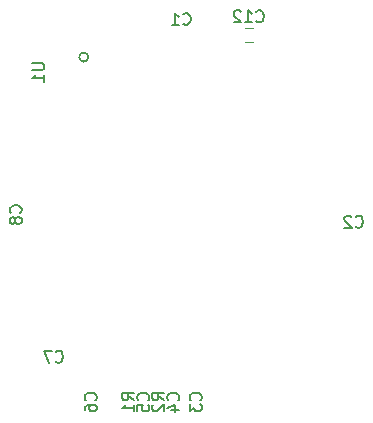
<source format=gbr>
G04 #@! TF.FileFunction,Legend,Bot*
%FSLAX46Y46*%
G04 Gerber Fmt 4.6, Leading zero omitted, Abs format (unit mm)*
G04 Created by KiCad (PCBNEW 4.0.5+dfsg1-4) date Sat Apr 15 00:30:14 2017*
%MOMM*%
%LPD*%
G01*
G04 APERTURE LIST*
%ADD10C,0.100000*%
%ADD11C,0.150000*%
%ADD12C,0.120000*%
G04 APERTURE END LIST*
D10*
D11*
X77851000Y-91440000D02*
G75*
G03X77851000Y-91440000I-381000J0D01*
G01*
D12*
X91790000Y-88935000D02*
X91090000Y-88935000D01*
X91090000Y-90135000D02*
X91790000Y-90135000D01*
D11*
X73112381Y-91948095D02*
X73921905Y-91948095D01*
X74017143Y-91995714D01*
X74064762Y-92043333D01*
X74112381Y-92138571D01*
X74112381Y-92329048D01*
X74064762Y-92424286D01*
X74017143Y-92471905D01*
X73921905Y-92519524D01*
X73112381Y-92519524D01*
X74112381Y-93519524D02*
X74112381Y-92948095D01*
X74112381Y-93233809D02*
X73112381Y-93233809D01*
X73255238Y-93138571D01*
X73350476Y-93043333D01*
X73398095Y-92948095D01*
X85891666Y-88622143D02*
X85939285Y-88669762D01*
X86082142Y-88717381D01*
X86177380Y-88717381D01*
X86320238Y-88669762D01*
X86415476Y-88574524D01*
X86463095Y-88479286D01*
X86510714Y-88288810D01*
X86510714Y-88145952D01*
X86463095Y-87955476D01*
X86415476Y-87860238D01*
X86320238Y-87765000D01*
X86177380Y-87717381D01*
X86082142Y-87717381D01*
X85939285Y-87765000D01*
X85891666Y-87812619D01*
X84939285Y-88717381D02*
X85510714Y-88717381D01*
X85225000Y-88717381D02*
X85225000Y-87717381D01*
X85320238Y-87860238D01*
X85415476Y-87955476D01*
X85510714Y-88003095D01*
X100496666Y-105767143D02*
X100544285Y-105814762D01*
X100687142Y-105862381D01*
X100782380Y-105862381D01*
X100925238Y-105814762D01*
X101020476Y-105719524D01*
X101068095Y-105624286D01*
X101115714Y-105433810D01*
X101115714Y-105290952D01*
X101068095Y-105100476D01*
X101020476Y-105005238D01*
X100925238Y-104910000D01*
X100782380Y-104862381D01*
X100687142Y-104862381D01*
X100544285Y-104910000D01*
X100496666Y-104957619D01*
X100115714Y-104957619D02*
X100068095Y-104910000D01*
X99972857Y-104862381D01*
X99734761Y-104862381D01*
X99639523Y-104910000D01*
X99591904Y-104957619D01*
X99544285Y-105052857D01*
X99544285Y-105148095D01*
X99591904Y-105290952D01*
X100163333Y-105862381D01*
X99544285Y-105862381D01*
X87352143Y-120483334D02*
X87399762Y-120435715D01*
X87447381Y-120292858D01*
X87447381Y-120197620D01*
X87399762Y-120054762D01*
X87304524Y-119959524D01*
X87209286Y-119911905D01*
X87018810Y-119864286D01*
X86875952Y-119864286D01*
X86685476Y-119911905D01*
X86590238Y-119959524D01*
X86495000Y-120054762D01*
X86447381Y-120197620D01*
X86447381Y-120292858D01*
X86495000Y-120435715D01*
X86542619Y-120483334D01*
X86447381Y-120816667D02*
X86447381Y-121435715D01*
X86828333Y-121102381D01*
X86828333Y-121245239D01*
X86875952Y-121340477D01*
X86923571Y-121388096D01*
X87018810Y-121435715D01*
X87256905Y-121435715D01*
X87352143Y-121388096D01*
X87399762Y-121340477D01*
X87447381Y-121245239D01*
X87447381Y-120959524D01*
X87399762Y-120864286D01*
X87352143Y-120816667D01*
X85447143Y-120483334D02*
X85494762Y-120435715D01*
X85542381Y-120292858D01*
X85542381Y-120197620D01*
X85494762Y-120054762D01*
X85399524Y-119959524D01*
X85304286Y-119911905D01*
X85113810Y-119864286D01*
X84970952Y-119864286D01*
X84780476Y-119911905D01*
X84685238Y-119959524D01*
X84590000Y-120054762D01*
X84542381Y-120197620D01*
X84542381Y-120292858D01*
X84590000Y-120435715D01*
X84637619Y-120483334D01*
X84875714Y-121340477D02*
X85542381Y-121340477D01*
X84494762Y-121102381D02*
X85209048Y-120864286D01*
X85209048Y-121483334D01*
X82907143Y-120483334D02*
X82954762Y-120435715D01*
X83002381Y-120292858D01*
X83002381Y-120197620D01*
X82954762Y-120054762D01*
X82859524Y-119959524D01*
X82764286Y-119911905D01*
X82573810Y-119864286D01*
X82430952Y-119864286D01*
X82240476Y-119911905D01*
X82145238Y-119959524D01*
X82050000Y-120054762D01*
X82002381Y-120197620D01*
X82002381Y-120292858D01*
X82050000Y-120435715D01*
X82097619Y-120483334D01*
X82002381Y-121388096D02*
X82002381Y-120911905D01*
X82478571Y-120864286D01*
X82430952Y-120911905D01*
X82383333Y-121007143D01*
X82383333Y-121245239D01*
X82430952Y-121340477D01*
X82478571Y-121388096D01*
X82573810Y-121435715D01*
X82811905Y-121435715D01*
X82907143Y-121388096D01*
X82954762Y-121340477D01*
X83002381Y-121245239D01*
X83002381Y-121007143D01*
X82954762Y-120911905D01*
X82907143Y-120864286D01*
X78462143Y-120483334D02*
X78509762Y-120435715D01*
X78557381Y-120292858D01*
X78557381Y-120197620D01*
X78509762Y-120054762D01*
X78414524Y-119959524D01*
X78319286Y-119911905D01*
X78128810Y-119864286D01*
X77985952Y-119864286D01*
X77795476Y-119911905D01*
X77700238Y-119959524D01*
X77605000Y-120054762D01*
X77557381Y-120197620D01*
X77557381Y-120292858D01*
X77605000Y-120435715D01*
X77652619Y-120483334D01*
X77557381Y-121340477D02*
X77557381Y-121150000D01*
X77605000Y-121054762D01*
X77652619Y-121007143D01*
X77795476Y-120911905D01*
X77985952Y-120864286D01*
X78366905Y-120864286D01*
X78462143Y-120911905D01*
X78509762Y-120959524D01*
X78557381Y-121054762D01*
X78557381Y-121245239D01*
X78509762Y-121340477D01*
X78462143Y-121388096D01*
X78366905Y-121435715D01*
X78128810Y-121435715D01*
X78033571Y-121388096D01*
X77985952Y-121340477D01*
X77938333Y-121245239D01*
X77938333Y-121054762D01*
X77985952Y-120959524D01*
X78033571Y-120911905D01*
X78128810Y-120864286D01*
X75096666Y-117197143D02*
X75144285Y-117244762D01*
X75287142Y-117292381D01*
X75382380Y-117292381D01*
X75525238Y-117244762D01*
X75620476Y-117149524D01*
X75668095Y-117054286D01*
X75715714Y-116863810D01*
X75715714Y-116720952D01*
X75668095Y-116530476D01*
X75620476Y-116435238D01*
X75525238Y-116340000D01*
X75382380Y-116292381D01*
X75287142Y-116292381D01*
X75144285Y-116340000D01*
X75096666Y-116387619D01*
X74763333Y-116292381D02*
X74096666Y-116292381D01*
X74525238Y-117292381D01*
X72112143Y-104608334D02*
X72159762Y-104560715D01*
X72207381Y-104417858D01*
X72207381Y-104322620D01*
X72159762Y-104179762D01*
X72064524Y-104084524D01*
X71969286Y-104036905D01*
X71778810Y-103989286D01*
X71635952Y-103989286D01*
X71445476Y-104036905D01*
X71350238Y-104084524D01*
X71255000Y-104179762D01*
X71207381Y-104322620D01*
X71207381Y-104417858D01*
X71255000Y-104560715D01*
X71302619Y-104608334D01*
X71635952Y-105179762D02*
X71588333Y-105084524D01*
X71540714Y-105036905D01*
X71445476Y-104989286D01*
X71397857Y-104989286D01*
X71302619Y-105036905D01*
X71255000Y-105084524D01*
X71207381Y-105179762D01*
X71207381Y-105370239D01*
X71255000Y-105465477D01*
X71302619Y-105513096D01*
X71397857Y-105560715D01*
X71445476Y-105560715D01*
X71540714Y-105513096D01*
X71588333Y-105465477D01*
X71635952Y-105370239D01*
X71635952Y-105179762D01*
X71683571Y-105084524D01*
X71731190Y-105036905D01*
X71826429Y-104989286D01*
X72016905Y-104989286D01*
X72112143Y-105036905D01*
X72159762Y-105084524D01*
X72207381Y-105179762D01*
X72207381Y-105370239D01*
X72159762Y-105465477D01*
X72112143Y-105513096D01*
X72016905Y-105560715D01*
X71826429Y-105560715D01*
X71731190Y-105513096D01*
X71683571Y-105465477D01*
X71635952Y-105370239D01*
X92082857Y-88392143D02*
X92130476Y-88439762D01*
X92273333Y-88487381D01*
X92368571Y-88487381D01*
X92511429Y-88439762D01*
X92606667Y-88344524D01*
X92654286Y-88249286D01*
X92701905Y-88058810D01*
X92701905Y-87915952D01*
X92654286Y-87725476D01*
X92606667Y-87630238D01*
X92511429Y-87535000D01*
X92368571Y-87487381D01*
X92273333Y-87487381D01*
X92130476Y-87535000D01*
X92082857Y-87582619D01*
X91130476Y-88487381D02*
X91701905Y-88487381D01*
X91416191Y-88487381D02*
X91416191Y-87487381D01*
X91511429Y-87630238D01*
X91606667Y-87725476D01*
X91701905Y-87773095D01*
X90749524Y-87582619D02*
X90701905Y-87535000D01*
X90606667Y-87487381D01*
X90368571Y-87487381D01*
X90273333Y-87535000D01*
X90225714Y-87582619D01*
X90178095Y-87677857D01*
X90178095Y-87773095D01*
X90225714Y-87915952D01*
X90797143Y-88487381D01*
X90178095Y-88487381D01*
X81732381Y-120483334D02*
X81256190Y-120150000D01*
X81732381Y-119911905D02*
X80732381Y-119911905D01*
X80732381Y-120292858D01*
X80780000Y-120388096D01*
X80827619Y-120435715D01*
X80922857Y-120483334D01*
X81065714Y-120483334D01*
X81160952Y-120435715D01*
X81208571Y-120388096D01*
X81256190Y-120292858D01*
X81256190Y-119911905D01*
X81732381Y-121435715D02*
X81732381Y-120864286D01*
X81732381Y-121150000D02*
X80732381Y-121150000D01*
X80875238Y-121054762D01*
X80970476Y-120959524D01*
X81018095Y-120864286D01*
X84272381Y-120483334D02*
X83796190Y-120150000D01*
X84272381Y-119911905D02*
X83272381Y-119911905D01*
X83272381Y-120292858D01*
X83320000Y-120388096D01*
X83367619Y-120435715D01*
X83462857Y-120483334D01*
X83605714Y-120483334D01*
X83700952Y-120435715D01*
X83748571Y-120388096D01*
X83796190Y-120292858D01*
X83796190Y-119911905D01*
X83367619Y-120864286D02*
X83320000Y-120911905D01*
X83272381Y-121007143D01*
X83272381Y-121245239D01*
X83320000Y-121340477D01*
X83367619Y-121388096D01*
X83462857Y-121435715D01*
X83558095Y-121435715D01*
X83700952Y-121388096D01*
X84272381Y-120816667D01*
X84272381Y-121435715D01*
M02*

</source>
